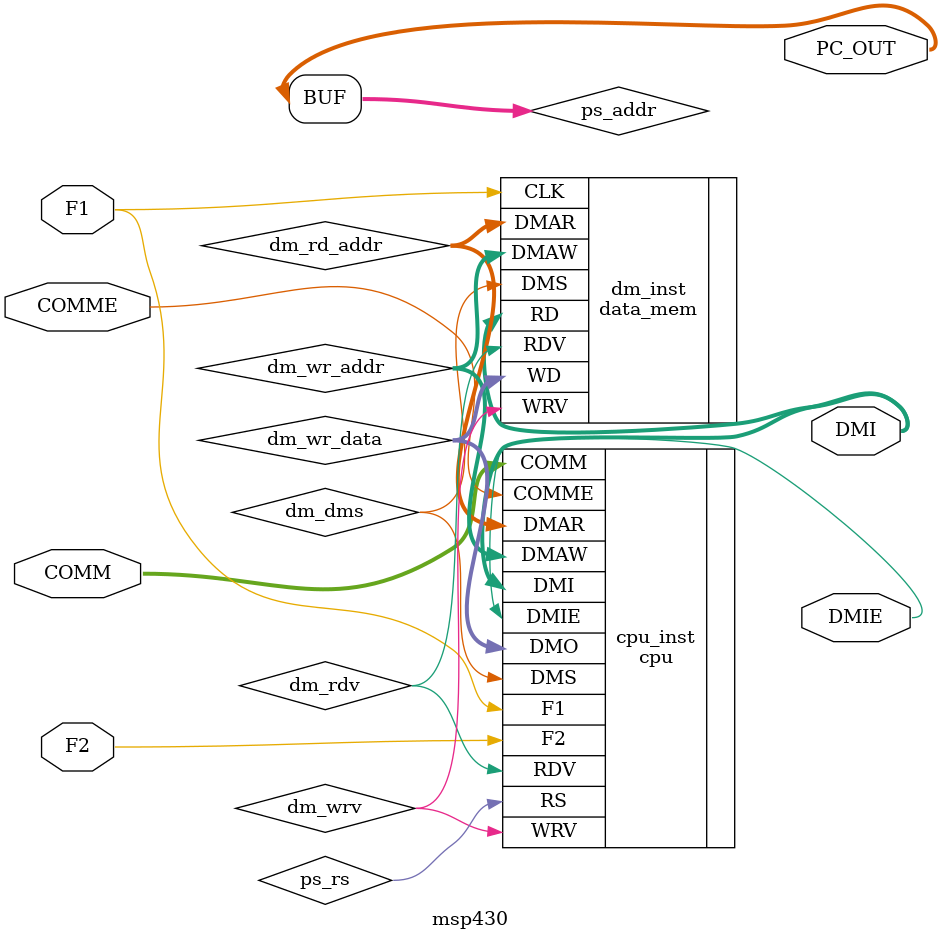
<source format=sv>
module msp430(
input logic F1,
input logic F2,

input logic [15:0] COMM,
input logic COMME,
 
output logic [15:0] DMI,
output logic DMIE,

output logic [15:0] PC_OUT
);
wire [15:0] ps_data;
wire ps_jmpe;
wire [15:0] ps_addr;
wire ps_addr_ena;

wire [15:0] dm_wr_addr, dm_rd_addr;
wire [15:0] dm_wr_data;
wire dm_dms, dm_rdv;

assign PC_OUT = ps_addr;

//counter cnt_inst(.CLK(F1),
//                 .DATA(ps_data)
//                 .JMP_ENA(ps_jmpe),
//					    .JMP_ADDR(ps_pc_next),
//					  
//					    .PC(ps_addr),
//					    .PC_ENA(ps_addr_ena)
//		             );
//		
//prog_mem pm_inst(.CLK(F2),
//                 .PC_ADDR(ps_addr),
//					    .PC_ENA(ps_addr_ena),
//					  
//					    .DATA(ps_data)
//                 );	

cpu cpu_inst(.COMM(COMM),
             .COMME(COMME),
				 .DMI(DMI),
				 .DMIE(DMIE),
				 .F1(F1),
				 .F2(F2),
				 
				 .DMO(dm_wr_data),
             .DMAW(dm_wr_addr), 
				 .DMAR(dm_rd_addr), 
				 .DMS(dm_dms),
				 .RDV(dm_rdv),
				 .WRV(dm_wrv),
				 .RS(ps_rs)
				 );

data_mem dm_inst(.CLK(F1),
                 .DMAW(dm_wr_addr), 
					  .DMAR(dm_rd_addr), 
					  .WD(dm_wr_data), 
					  .DMS(dm_dms),
					  .RDV(dm_rdv),
					  .WRV(dm_wrv),
					  
					  .RD(DMI)
					  );
endmodule
</source>
